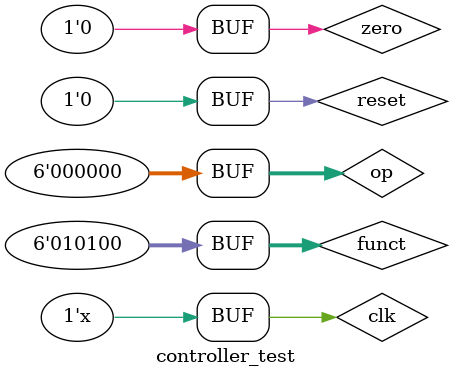
<source format=v>
`timescale 1ns / 1ps


module controller_test(

    );
    reg clk,reset;
    reg [5:0] op,funct;
    reg zero;
    wire pcen;
    wire MEMR,MEMW,RegWrite,IorD,IRWrite;
    wire [2:0] ALUCon;
    wire [1:0] PCsrc,Regsrc,ALUsrca,ALUsrcb,RegDst;
    controller mycontroller(.clk(clk),.reset(reset),.op(op),.funct(funct),.zero(zero),.pcen(pcen),.MEMR(MEMR),.MEMW(MEMW),.RegWrite(RegWrite),.IorD(IorD),.IRWrite(IRWrite),.ALUCon(ALUCon),.PCsrc(PCsrc),.Regsrc(Regsrc),.ALUsrca(ALUsrca),.ALUsrcb(ALUsrcb),.RegDst(RegDst));
    initial
        begin 
            clk = 1;
            reset = 0;
            #100
                op = 6'b000000;
                funct = 6'b010100;
                zero = 0;
        end
        always 
            #10 clk = ~clk;
    
endmodule

</source>
